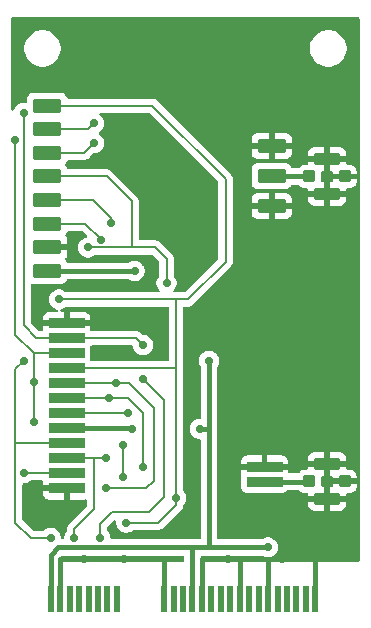
<source format=gbr>
%TF.GenerationSoftware,KiCad,Pcbnew,9.0.3*%
%TF.CreationDate,2025-08-29T17:45:50+02:00*%
%TF.ProjectId,RadioHAT_Card_Dorji,52616469-6f48-4415-945f-436172645f44,rev?*%
%TF.SameCoordinates,Original*%
%TF.FileFunction,Copper,L2,Bot*%
%TF.FilePolarity,Positive*%
%FSLAX46Y46*%
G04 Gerber Fmt 4.6, Leading zero omitted, Abs format (unit mm)*
G04 Created by KiCad (PCBNEW 9.0.3) date 2025-08-29 17:45:50*
%MOMM*%
%LPD*%
G01*
G04 APERTURE LIST*
G04 Aperture macros list*
%AMRoundRect*
0 Rectangle with rounded corners*
0 $1 Rounding radius*
0 $2 $3 $4 $5 $6 $7 $8 $9 X,Y pos of 4 corners*
0 Add a 4 corners polygon primitive as box body*
4,1,4,$2,$3,$4,$5,$6,$7,$8,$9,$2,$3,0*
0 Add four circle primitives for the rounded corners*
1,1,$1+$1,$2,$3*
1,1,$1+$1,$4,$5*
1,1,$1+$1,$6,$7*
1,1,$1+$1,$8,$9*
0 Add four rect primitives between the rounded corners*
20,1,$1+$1,$2,$3,$4,$5,0*
20,1,$1+$1,$4,$5,$6,$7,0*
20,1,$1+$1,$6,$7,$8,$9,0*
20,1,$1+$1,$8,$9,$2,$3,0*%
G04 Aperture macros list end*
%TA.AperFunction,SMDPad,CuDef*%
%ADD10R,0.600000X2.300000*%
%TD*%
%TA.AperFunction,SMDPad,CuDef*%
%ADD11RoundRect,0.045000X-1.455000X-0.405000X1.455000X-0.405000X1.455000X0.405000X-1.455000X0.405000X0*%
%TD*%
%TA.AperFunction,SMDPad,CuDef*%
%ADD12RoundRect,0.060000X-1.140000X-0.540000X1.140000X-0.540000X1.140000X0.540000X-1.140000X0.540000X0*%
%TD*%
%TA.AperFunction,SMDPad,CuDef*%
%ADD13RoundRect,0.100000X-0.400000X0.400000X-0.400000X-0.400000X0.400000X-0.400000X0.400000X0.400000X0*%
%TD*%
%TA.AperFunction,SMDPad,CuDef*%
%ADD14RoundRect,0.105000X-0.995000X0.420000X-0.995000X-0.420000X0.995000X-0.420000X0.995000X0.420000X0*%
%TD*%
%TA.AperFunction,ViaPad*%
%ADD15C,0.700000*%
%TD*%
%TA.AperFunction,Conductor*%
%ADD16C,0.400000*%
%TD*%
%TA.AperFunction,Conductor*%
%ADD17C,0.200000*%
%TD*%
G04 APERTURE END LIST*
D10*
%TO.P,J1,2,3V3*%
%TO.N,+3V3*%
X121400000Y-118600000D03*
%TO.P,J1,4,GND*%
%TO.N,GND*%
X122200000Y-118600000D03*
%TO.P,J1,6*%
%TO.N,N/C*%
X123000000Y-118600000D03*
%TO.P,J1,8*%
X123800000Y-118600000D03*
%TO.P,J1,10*%
X124600000Y-118600000D03*
%TO.P,J1,12*%
X125400000Y-118600000D03*
%TO.P,J1,14*%
X126200000Y-118600000D03*
%TO.P,J1,16*%
X127000000Y-118600000D03*
%TO.P,J1,18,GND*%
%TO.N,GND*%
X131000000Y-118600000D03*
%TO.P,J1,20*%
%TO.N,N/C*%
X131800000Y-118600000D03*
%TO.P,J1,22*%
X132600000Y-118600000D03*
%TO.P,J1,24,3V3*%
%TO.N,+3V3*%
X133400000Y-118600000D03*
%TO.P,J1,26,GND*%
%TO.N,GND*%
X134200000Y-118600000D03*
%TO.P,J1,28*%
%TO.N,N/C*%
X135000000Y-118600000D03*
%TO.P,J1,30,I2C_SCL*%
%TO.N,unconnected-(J1-I2C_SCL-Pad30)*%
X135800000Y-118600000D03*
%TO.P,J1,32,I2C_SCL*%
%TO.N,unconnected-(J1-I2C_SCL-Pad32)*%
X136600000Y-118600000D03*
%TO.P,J1,34,GND*%
%TO.N,GND*%
X137400000Y-118600000D03*
%TO.P,J1,36,USB_D-*%
%TO.N,unconnected-(J1-USB_D--Pad36)*%
X138200000Y-118600000D03*
%TO.P,J1,38,USB_D+*%
%TO.N,unconnected-(J1-USB_D+-Pad38)*%
X139000000Y-118600000D03*
%TO.P,J1,40,GND*%
%TO.N,GND*%
X139800000Y-118600000D03*
%TO.P,J1,42,LED0*%
%TO.N,unconnected-(J1-LED0-Pad42)*%
X140600000Y-118600000D03*
%TO.P,J1,44,LED1*%
%TO.N,unconnected-(J1-LED1-Pad44)*%
X141400000Y-118600000D03*
%TO.P,J1,46,LED2*%
%TO.N,unconnected-(J1-LED2-Pad46)*%
X142200000Y-118600000D03*
%TO.P,J1,48*%
%TO.N,N/C*%
X143000000Y-118600000D03*
%TO.P,J1,50,GND*%
%TO.N,GND*%
X143800000Y-118600000D03*
%TD*%
D11*
%TO.P,U4,1,GND*%
%TO.N,GND*%
X122750000Y-109190000D03*
%TO.P,U4,2,GPIO0*%
%TO.N,GPIO0*%
X122750000Y-107920000D03*
%TO.P,U4,3,GPIO1*%
%TO.N,GPIO1*%
X122750000Y-106650000D03*
%TO.P,U4,4,GPIO2*%
%TO.N,IRQ1*%
X122750000Y-105380000D03*
%TO.P,U4,5,VCC*%
%TO.N,+3V3*%
X122750000Y-104110000D03*
%TO.P,U4,6,SDO*%
%TO.N,MISO*%
X122750000Y-102840000D03*
%TO.P,U4,7,SDI*%
%TO.N,MOSI*%
X122750000Y-101570000D03*
%TO.P,U4,8,SCLK*%
%TO.N,SCK*%
X122750000Y-100300000D03*
%TO.P,U4,9,nSEL*%
%TO.N,NSS*%
X122750000Y-99030000D03*
%TO.P,U4,10,nIRQ*%
%TO.N,IRQ0*%
X122750000Y-97760000D03*
%TO.P,U4,11,SDN*%
%TO.N,RST0*%
X122750000Y-96490000D03*
%TO.P,U4,12,GND*%
%TO.N,GND*%
X122750000Y-95220000D03*
%TO.P,U4,13,ANT*%
%TO.N,Net-(J6-In)*%
X139500000Y-108630000D03*
%TO.P,U4,14,GND*%
%TO.N,GND*%
X139500000Y-107360000D03*
%TD*%
D12*
%TO.P,U3,1,PWR*%
%TO.N,+3V3*%
X121100000Y-90787500D03*
%TO.P,U3,2,GND*%
%TO.N,GND*%
X121100000Y-88787500D03*
%TO.P,U3,3,SDI*%
%TO.N,MOSI*%
X121100000Y-86787500D03*
%TO.P,U3,4,SCLK*%
%TO.N,SCK*%
X121100000Y-84787500D03*
%TO.P,U3,5,SDO*%
%TO.N,MISO*%
X121100000Y-82787500D03*
%TO.P,U3,6,GPIO2*%
%TO.N,GPIO0*%
X121100000Y-80787500D03*
%TO.P,U3,7,GPIO0*%
%TO.N,IRQ0*%
X121100000Y-78787500D03*
%TO.P,U3,8,CSN*%
%TO.N,NSS*%
X121100000Y-76787500D03*
%TO.P,U3,9,GND*%
%TO.N,GND*%
X140100000Y-80207500D03*
%TO.P,U3,10,ANT*%
%TO.N,Net-(J5-In)*%
X140100000Y-82747500D03*
%TO.P,U3,11,GND*%
%TO.N,GND*%
X140100000Y-85287500D03*
%TD*%
D13*
%TO.P,J5,1,In*%
%TO.N,Net-(J5-In)*%
X143300000Y-82787500D03*
D14*
%TO.P,J5,2,Ext*%
%TO.N,GND*%
X144800000Y-84262500D03*
D13*
X146300000Y-82787500D03*
D14*
X144800000Y-81312500D03*
%TD*%
D13*
%TO.P,J6,1,In*%
%TO.N,Net-(J6-In)*%
X143300000Y-108600000D03*
D14*
%TO.P,J6,2,Ext*%
%TO.N,GND*%
X144800000Y-110075000D03*
D13*
X146300000Y-108600000D03*
D14*
X144800000Y-107125000D03*
%TD*%
D15*
%TO.N,GND*%
X120400000Y-93200000D03*
X129500000Y-91787500D03*
X146000000Y-94000000D03*
X131500000Y-74500000D03*
X129000000Y-74500000D03*
X133400000Y-99050000D03*
X146000000Y-79500000D03*
X129500000Y-87000000D03*
X146000000Y-104000000D03*
X133400000Y-102100000D03*
X136500000Y-74500000D03*
X139000000Y-74500000D03*
X134300000Y-83100000D03*
X121100000Y-112050000D03*
X136400000Y-115200000D03*
X146000000Y-86500000D03*
X126500000Y-74500000D03*
X135200000Y-78400000D03*
X146000000Y-102000000D03*
X133400000Y-86300000D03*
X124000000Y-74500000D03*
X146000000Y-114000000D03*
X133700000Y-109000000D03*
X141000000Y-115200000D03*
X134000000Y-74500000D03*
X119000000Y-74500000D03*
X146000000Y-100000000D03*
X127600000Y-115200000D03*
X141500000Y-74500000D03*
X121500000Y-74500000D03*
X146000000Y-96000000D03*
X146000000Y-98000000D03*
X124200000Y-115200000D03*
%TO.N,GPIO0*%
X125050000Y-79950000D03*
X119100000Y-107900000D03*
%TO.N,SCK*%
X126050000Y-109200000D03*
X126500000Y-86700000D03*
X126950000Y-100300000D03*
%TO.N,NSS*%
X132000000Y-110000000D03*
X122100000Y-93200000D03*
X127800000Y-112100000D03*
%TO.N,+3V3*%
X134000000Y-104150000D03*
X134800000Y-98400000D03*
X128500000Y-90787500D03*
X139800000Y-114200000D03*
X128250000Y-104150000D03*
%TO.N,MISO*%
X131200000Y-91800000D03*
X124550000Y-88800000D03*
X127900000Y-102800000D03*
X127500000Y-108250000D03*
X127500000Y-105550000D03*
%TO.N,IRQ0*%
X125050000Y-78300000D03*
X118400000Y-79687502D03*
X120000000Y-103600000D03*
X120000000Y-100200000D03*
%TO.N,RST0*%
X129200000Y-97050000D03*
X129200000Y-99900000D03*
X119100000Y-77400000D03*
X125600000Y-113400000D03*
%TO.N,MOSI*%
X126300000Y-101550413D03*
X129200000Y-107400000D03*
X125650000Y-88150000D03*
%TO.N,IRQ1*%
X121400000Y-113400000D03*
X119100000Y-98400000D03*
%TO.N,GPIO1*%
X123400000Y-113400000D03*
X126050000Y-106600000D03*
%TD*%
D16*
%TO.N,GND*%
X134200000Y-115200000D02*
X137400000Y-115200000D01*
D17*
X121400000Y-109400000D02*
X121425000Y-109425000D01*
D16*
X139800000Y-115200000D02*
X143800000Y-115200000D01*
X143800000Y-115200000D02*
X143800000Y-118600000D01*
X139800000Y-118600000D02*
X139800000Y-115200000D01*
X134200000Y-118600000D02*
X134200000Y-115200000D01*
X122200000Y-115200000D02*
X122200000Y-118600000D01*
X124200000Y-115200000D02*
X131000000Y-115200000D01*
X137400000Y-118600000D02*
X137400000Y-115200000D01*
D17*
X121425000Y-109425000D02*
X121425000Y-109507500D01*
D16*
X131000000Y-115200000D02*
X131000000Y-118600000D01*
X137400000Y-115200000D02*
X139800000Y-115200000D01*
X124200000Y-115200000D02*
X122200000Y-115200000D01*
D17*
%TO.N,GPIO0*%
X123800000Y-108237500D02*
X121425000Y-108237500D01*
X119120000Y-107920000D02*
X122750000Y-107920000D01*
X124212500Y-80787500D02*
X125050000Y-79950000D01*
X119100000Y-107900000D02*
X119120000Y-107920000D01*
X124212500Y-80787500D02*
X120264273Y-80787500D01*
%TO.N,SCK*%
X130100000Y-102400000D02*
X128000000Y-100300000D01*
X126500000Y-86287500D02*
X125000000Y-84787500D01*
X126500000Y-86700000D02*
X126500000Y-86287500D01*
X128000000Y-100300000D02*
X126950000Y-100300000D01*
X125000000Y-84787500D02*
X120700000Y-84787500D01*
X126950000Y-100300000D02*
X122750000Y-100300000D01*
X130100000Y-108600000D02*
X130100000Y-102400000D01*
X126050000Y-109200000D02*
X129500000Y-109200000D01*
X129500000Y-109200000D02*
X130100000Y-108600000D01*
%TO.N,NSS*%
X136200000Y-90000000D02*
X136200000Y-83000000D01*
X127800000Y-112100000D02*
X130500000Y-112100000D01*
X129987500Y-76787500D02*
X120700000Y-76787500D01*
X122100000Y-93200000D02*
X122200000Y-93300000D01*
X130500000Y-112100000D02*
X132000000Y-110600000D01*
X122100000Y-93200000D02*
X132000000Y-93200000D01*
X122750000Y-99030000D02*
X131970000Y-99030000D01*
X132000000Y-110000000D02*
X132000000Y-99000000D01*
X133000000Y-93200000D02*
X136200000Y-90000000D01*
X132000000Y-93200000D02*
X133000000Y-93200000D01*
X132000000Y-110600000D02*
X132000000Y-110000000D01*
X136200000Y-83000000D02*
X129987500Y-76787500D01*
X132000000Y-99000000D02*
X132000000Y-93200000D01*
X131970000Y-99030000D02*
X132000000Y-99000000D01*
D16*
%TO.N,+3V3*%
X121400000Y-114800000D02*
X122000000Y-114200000D01*
X133400000Y-118600000D02*
X133400000Y-114200000D01*
X121400000Y-118600000D02*
X121400000Y-114800000D01*
X130800000Y-114200000D02*
X133400000Y-114200000D01*
X134800000Y-98400000D02*
X134800000Y-104150000D01*
X128250000Y-104150000D02*
X128210000Y-104110000D01*
X134000000Y-104150000D02*
X134800000Y-104150000D01*
X128500000Y-90787500D02*
X121100000Y-90787500D01*
X134800000Y-114200000D02*
X139800000Y-114200000D01*
X122000000Y-114200000D02*
X130800000Y-114200000D01*
X134050000Y-104200000D02*
X134000000Y-104150000D01*
X134800000Y-104150000D02*
X134800000Y-114200000D01*
X128210000Y-104110000D02*
X122750000Y-104110000D01*
X133400000Y-114200000D02*
X134800000Y-114200000D01*
D17*
%TO.N,MISO*%
X128550000Y-88800000D02*
X130250000Y-88800000D01*
X128250000Y-88800000D02*
X128550000Y-88800000D01*
X130250000Y-88800000D02*
X130500000Y-89050000D01*
X131200000Y-89750000D02*
X131200000Y-91800000D01*
X122750000Y-102840000D02*
X127860000Y-102840000D01*
X127860000Y-102840000D02*
X127900000Y-102800000D01*
X124550000Y-88800000D02*
X128250000Y-88800000D01*
X126137500Y-82787500D02*
X128250000Y-84900000D01*
X127500000Y-108250000D02*
X127500000Y-105550000D01*
X121100000Y-82787500D02*
X126137500Y-82787500D01*
X128250000Y-84900000D02*
X128250000Y-88800000D01*
X130500000Y-89050000D02*
X131200000Y-89750000D01*
%TO.N,IRQ0*%
X120000000Y-97800000D02*
X119960000Y-97760000D01*
X124537500Y-78787500D02*
X120700000Y-78787500D01*
X118400000Y-96200000D02*
X119960000Y-97760000D01*
X120000000Y-100200000D02*
X120000000Y-97800000D01*
X122750000Y-97760000D02*
X119960000Y-97760000D01*
X120000000Y-100200000D02*
X120000000Y-103600000D01*
X125025000Y-78300000D02*
X124537500Y-78787500D01*
X118400000Y-79687502D02*
X118400000Y-96200000D01*
X125050000Y-78300000D02*
X125025000Y-78300000D01*
%TO.N,RST0*%
X129700000Y-111200000D02*
X126600000Y-111200000D01*
X131000000Y-101740000D02*
X131000000Y-109900000D01*
X125600000Y-112200000D02*
X125600000Y-113400000D01*
X119100000Y-95400000D02*
X120190000Y-96490000D01*
X120190000Y-96490000D02*
X122750000Y-96490000D01*
X129200000Y-97050000D02*
X128640000Y-96490000D01*
X126600000Y-111200000D02*
X125600000Y-112200000D01*
X119100000Y-77400000D02*
X119100000Y-95400000D01*
X131000000Y-109900000D02*
X129700000Y-111200000D01*
X129200000Y-99940000D02*
X131000000Y-101740000D01*
X128640000Y-96490000D02*
X122750000Y-96490000D01*
X129200000Y-99900000D02*
X129200000Y-99940000D01*
%TO.N,MOSI*%
X125650000Y-88150000D02*
X125650000Y-88100000D01*
X125650000Y-88100000D02*
X124337500Y-86787500D01*
X129200000Y-107400000D02*
X129200000Y-102800000D01*
X126280413Y-101570000D02*
X122750000Y-101570000D01*
X124337500Y-86787500D02*
X121100000Y-86787500D01*
X127950413Y-101550413D02*
X126300000Y-101550413D01*
X129200000Y-102800000D02*
X127950413Y-101550413D01*
X126300000Y-101550413D02*
X126280413Y-101570000D01*
%TO.N,IRQ1*%
X118400000Y-99100000D02*
X118400000Y-105400000D01*
X121400000Y-113400000D02*
X119700000Y-113400000D01*
X119700000Y-113400000D02*
X118400000Y-112100000D01*
X118400000Y-112100000D02*
X118400000Y-105400000D01*
X118420000Y-105380000D02*
X118400000Y-105400000D01*
X119100000Y-98400000D02*
X118400000Y-99100000D01*
X122750000Y-105380000D02*
X118420000Y-105380000D01*
%TO.N,GPIO1*%
X125100000Y-110900000D02*
X125100000Y-106600000D01*
X125100000Y-106600000D02*
X122800000Y-106600000D01*
X122800000Y-106600000D02*
X122750000Y-106650000D01*
X123400000Y-112600000D02*
X125100000Y-110900000D01*
X123400000Y-113400000D02*
X123400000Y-112600000D01*
X126050000Y-106600000D02*
X125100000Y-106600000D01*
D16*
%TO.N,Net-(J5-In)*%
X139540000Y-82787500D02*
X139500000Y-82747500D01*
X143100000Y-82787500D02*
X139540000Y-82787500D01*
%TO.N,Net-(J6-In)*%
X139500000Y-108630000D02*
X143370000Y-108630000D01*
X143370000Y-108630000D02*
X143400000Y-108600000D01*
%TD*%
%TA.AperFunction,Conductor*%
%TO.N,GND*%
G36*
X132642539Y-114920185D02*
G01*
X132688294Y-114972989D01*
X132699500Y-115024500D01*
X132699500Y-115276000D01*
X132679815Y-115343039D01*
X132627011Y-115388794D01*
X132575500Y-115400000D01*
X122224500Y-115400000D01*
X122215814Y-115397449D01*
X122206853Y-115398738D01*
X122182812Y-115387759D01*
X122157461Y-115380315D01*
X122151533Y-115373474D01*
X122143297Y-115369713D01*
X122129007Y-115347478D01*
X122111706Y-115327511D01*
X122109418Y-115316996D01*
X122105523Y-115310935D01*
X122100500Y-115276000D01*
X122100500Y-115141519D01*
X122120185Y-115074480D01*
X122136819Y-115053838D01*
X122253838Y-114936819D01*
X122315161Y-114903334D01*
X122341519Y-114900500D01*
X130731007Y-114900500D01*
X132575500Y-114900500D01*
X132642539Y-114920185D01*
G37*
%TD.AperFunction*%
%TA.AperFunction,Conductor*%
G36*
X147492539Y-69320185D02*
G01*
X147538294Y-69372989D01*
X147549500Y-69424500D01*
X147549500Y-115276000D01*
X147529815Y-115343039D01*
X147477011Y-115388794D01*
X147425500Y-115400000D01*
X134224500Y-115400000D01*
X134157461Y-115380315D01*
X134111706Y-115327511D01*
X134100500Y-115276000D01*
X134100500Y-115024500D01*
X134120185Y-114957461D01*
X134172989Y-114911706D01*
X134224500Y-114900500D01*
X134731007Y-114900500D01*
X134868993Y-114900500D01*
X139279898Y-114900500D01*
X139346937Y-114920185D01*
X139348789Y-114921398D01*
X139397137Y-114953703D01*
X139551918Y-115017816D01*
X139716228Y-115050499D01*
X139716232Y-115050500D01*
X139716233Y-115050500D01*
X139883768Y-115050500D01*
X139883769Y-115050499D01*
X140048082Y-115017816D01*
X140202863Y-114953703D01*
X140342162Y-114860626D01*
X140460626Y-114742162D01*
X140553703Y-114602863D01*
X140617816Y-114448082D01*
X140650500Y-114283767D01*
X140650500Y-114116233D01*
X140617816Y-113951918D01*
X140553703Y-113797137D01*
X140522537Y-113750494D01*
X140460626Y-113657837D01*
X140342162Y-113539373D01*
X140202860Y-113446295D01*
X140048082Y-113382184D01*
X140048074Y-113382182D01*
X139883771Y-113349500D01*
X139883767Y-113349500D01*
X139716233Y-113349500D01*
X139716228Y-113349500D01*
X139551925Y-113382182D01*
X139551917Y-113382184D01*
X139397140Y-113446295D01*
X139397131Y-113446300D01*
X139348789Y-113478602D01*
X139282112Y-113499480D01*
X139279898Y-113499500D01*
X135624500Y-113499500D01*
X135557461Y-113479815D01*
X135511706Y-113427011D01*
X135500500Y-113375500D01*
X135500500Y-110534658D01*
X143200001Y-110534658D01*
X143215570Y-110652928D01*
X143215573Y-110652940D01*
X143276531Y-110800108D01*
X143373509Y-110926490D01*
X143499891Y-111023468D01*
X143647059Y-111084426D01*
X143647063Y-111084427D01*
X143765342Y-111099999D01*
X144549999Y-111099999D01*
X145050000Y-111099999D01*
X145834658Y-111099999D01*
X145952928Y-111084429D01*
X145952940Y-111084426D01*
X146100108Y-111023468D01*
X146226490Y-110926490D01*
X146323468Y-110800108D01*
X146384426Y-110652940D01*
X146384427Y-110652936D01*
X146399999Y-110534664D01*
X146400000Y-110534650D01*
X146400000Y-110325000D01*
X145050000Y-110325000D01*
X145050000Y-111099999D01*
X144549999Y-111099999D01*
X144550000Y-111099998D01*
X144550000Y-110325000D01*
X143200001Y-110325000D01*
X143200001Y-110534658D01*
X135500500Y-110534658D01*
X135500500Y-108182290D01*
X137499500Y-108182290D01*
X137499500Y-108192144D01*
X137499500Y-109077710D01*
X137510026Y-109165368D01*
X137510027Y-109165369D01*
X137565038Y-109304869D01*
X137565039Y-109304871D01*
X137590201Y-109338051D01*
X137655647Y-109424353D01*
X137775131Y-109514962D01*
X137914631Y-109569973D01*
X138002289Y-109580500D01*
X138002290Y-109580500D01*
X140997711Y-109580500D01*
X141041539Y-109575236D01*
X141085369Y-109569973D01*
X141224869Y-109514962D01*
X141344353Y-109424353D01*
X141378311Y-109379573D01*
X141434503Y-109338051D01*
X141477114Y-109330500D01*
X142335537Y-109330500D01*
X142402576Y-109350185D01*
X142433912Y-109379013D01*
X142448261Y-109397712D01*
X142471718Y-109428282D01*
X142597159Y-109524536D01*
X142743238Y-109585044D01*
X142860639Y-109600500D01*
X143076001Y-109600499D01*
X143143039Y-109620183D01*
X143188794Y-109672987D01*
X143200000Y-109724499D01*
X143200000Y-109825000D01*
X144550000Y-109825000D01*
X144550000Y-109050000D01*
X145050000Y-109050000D01*
X145050000Y-109825000D01*
X146399999Y-109825000D01*
X146399999Y-109723999D01*
X146419684Y-109656960D01*
X146472488Y-109611205D01*
X146523999Y-109599999D01*
X146739324Y-109599999D01*
X146856628Y-109584557D01*
X146856633Y-109584555D01*
X147002585Y-109524100D01*
X147127924Y-109427924D01*
X147224100Y-109302586D01*
X147284554Y-109156634D01*
X147284555Y-109156630D01*
X147299999Y-109039330D01*
X147300000Y-109039316D01*
X147300000Y-108850000D01*
X145300001Y-108850000D01*
X145300001Y-108926000D01*
X145280316Y-108993039D01*
X145227512Y-109038794D01*
X145176001Y-109050000D01*
X145050000Y-109050000D01*
X144550000Y-109050000D01*
X144424500Y-109050000D01*
X144357461Y-109030315D01*
X144311706Y-108977511D01*
X144300500Y-108926000D01*
X144300499Y-108273999D01*
X144320183Y-108206960D01*
X144372987Y-108161205D01*
X144424499Y-108149999D01*
X144550000Y-108149999D01*
X145050000Y-108149999D01*
X145176000Y-108149999D01*
X145243039Y-108169684D01*
X145288794Y-108222488D01*
X145300000Y-108273999D01*
X145300000Y-108350000D01*
X147299999Y-108350000D01*
X147299999Y-108160675D01*
X147284557Y-108043371D01*
X147284555Y-108043366D01*
X147224100Y-107897414D01*
X147127924Y-107772075D01*
X147002586Y-107675899D01*
X146856634Y-107615445D01*
X146856630Y-107615444D01*
X146739330Y-107600000D01*
X146524000Y-107600000D01*
X146456961Y-107580315D01*
X146411206Y-107527511D01*
X146400000Y-107476000D01*
X146400000Y-107375000D01*
X145050000Y-107375000D01*
X145050000Y-108149999D01*
X144550000Y-108149999D01*
X144550000Y-107375000D01*
X143200001Y-107375000D01*
X143200001Y-107475500D01*
X143180316Y-107542539D01*
X143127512Y-107588294D01*
X143076002Y-107599500D01*
X142860636Y-107599500D01*
X142743246Y-107614953D01*
X142743237Y-107614956D01*
X142597160Y-107675463D01*
X142471716Y-107771719D01*
X142387874Y-107880986D01*
X142331446Y-107922189D01*
X142289498Y-107929500D01*
X141624000Y-107929500D01*
X141556961Y-107909815D01*
X141511206Y-107857011D01*
X141500000Y-107805500D01*
X141500000Y-107610000D01*
X137500001Y-107610000D01*
X137500001Y-107807659D01*
X137510518Y-107895250D01*
X137531646Y-107948828D01*
X137533370Y-107967928D01*
X137540007Y-107985923D01*
X137537728Y-108016216D01*
X137537927Y-108018415D01*
X137537438Y-108020080D01*
X137537360Y-108021118D01*
X137535240Y-108030694D01*
X137510027Y-108094631D01*
X137499500Y-108182290D01*
X135500500Y-108182290D01*
X135500500Y-106912332D01*
X137500000Y-106912332D01*
X137500000Y-107110000D01*
X139250000Y-107110000D01*
X139750000Y-107110000D01*
X141499999Y-107110000D01*
X141499999Y-106912340D01*
X141489482Y-106824751D01*
X141442958Y-106706774D01*
X141442957Y-106706770D01*
X141434522Y-106685381D01*
X141434521Y-106685379D01*
X141419321Y-106665335D01*
X143200000Y-106665335D01*
X143200000Y-106875000D01*
X144550000Y-106875000D01*
X145050000Y-106875000D01*
X146399999Y-106875000D01*
X146399999Y-106665341D01*
X146384429Y-106547071D01*
X146384426Y-106547059D01*
X146323468Y-106399891D01*
X146226490Y-106273509D01*
X146100108Y-106176531D01*
X145952940Y-106115573D01*
X145952936Y-106115572D01*
X145834664Y-106100000D01*
X145050000Y-106100000D01*
X145050000Y-106875000D01*
X144550000Y-106875000D01*
X144550000Y-106100000D01*
X143765341Y-106100000D01*
X143647071Y-106115570D01*
X143647059Y-106115573D01*
X143499891Y-106176531D01*
X143373509Y-106273509D01*
X143276531Y-106399891D01*
X143215573Y-106547059D01*
X143215572Y-106547063D01*
X143200000Y-106665335D01*
X141419321Y-106665335D01*
X141343996Y-106566003D01*
X141224622Y-106475479D01*
X141085247Y-106420517D01*
X140997668Y-106410000D01*
X139750000Y-106410000D01*
X139750000Y-107110000D01*
X139250000Y-107110000D01*
X139250000Y-106410000D01*
X138002340Y-106410000D01*
X137914751Y-106420517D01*
X137775377Y-106475479D01*
X137656003Y-106566003D01*
X137565479Y-106685377D01*
X137510517Y-106824751D01*
X137510517Y-106824752D01*
X137500000Y-106912332D01*
X135500500Y-106912332D01*
X135500500Y-98920101D01*
X135520185Y-98853062D01*
X135521398Y-98851210D01*
X135553703Y-98802863D01*
X135617816Y-98648082D01*
X135650500Y-98483767D01*
X135650500Y-98316233D01*
X135617816Y-98151918D01*
X135553703Y-97997137D01*
X135489132Y-97900500D01*
X135460626Y-97857837D01*
X135342162Y-97739373D01*
X135202860Y-97646295D01*
X135048082Y-97582184D01*
X135048074Y-97582182D01*
X134883771Y-97549500D01*
X134883767Y-97549500D01*
X134716233Y-97549500D01*
X134716228Y-97549500D01*
X134551925Y-97582182D01*
X134551917Y-97582184D01*
X134397139Y-97646295D01*
X134257837Y-97739373D01*
X134139373Y-97857837D01*
X134046295Y-97997139D01*
X133982184Y-98151917D01*
X133982182Y-98151925D01*
X133949500Y-98316228D01*
X133949500Y-98483771D01*
X133982182Y-98648074D01*
X133982184Y-98648082D01*
X134046295Y-98802860D01*
X134078602Y-98851210D01*
X134099480Y-98917887D01*
X134099500Y-98920101D01*
X134099500Y-103175500D01*
X134079815Y-103242539D01*
X134027011Y-103288294D01*
X133975500Y-103299500D01*
X133916228Y-103299500D01*
X133751925Y-103332182D01*
X133751917Y-103332184D01*
X133597139Y-103396295D01*
X133457837Y-103489373D01*
X133339373Y-103607837D01*
X133246295Y-103747139D01*
X133182184Y-103901917D01*
X133182182Y-103901925D01*
X133149500Y-104066228D01*
X133149500Y-104233771D01*
X133182182Y-104398074D01*
X133182184Y-104398082D01*
X133246295Y-104552860D01*
X133339373Y-104692162D01*
X133457837Y-104810626D01*
X133542897Y-104867461D01*
X133597137Y-104903703D01*
X133751918Y-104967816D01*
X133905510Y-104998367D01*
X133916228Y-105000499D01*
X133916232Y-105000500D01*
X133975500Y-105000500D01*
X134042539Y-105020185D01*
X134088294Y-105072989D01*
X134099500Y-105124500D01*
X134099500Y-113375500D01*
X134079815Y-113442539D01*
X134027011Y-113488294D01*
X133975500Y-113499500D01*
X126574500Y-113499500D01*
X126507461Y-113479815D01*
X126461706Y-113427011D01*
X126450500Y-113375500D01*
X126450500Y-113316232D01*
X126450499Y-113316228D01*
X126417817Y-113151925D01*
X126417816Y-113151918D01*
X126353703Y-112997137D01*
X126300702Y-112917815D01*
X126260626Y-112857837D01*
X126236819Y-112834030D01*
X126222115Y-112807102D01*
X126205523Y-112781284D01*
X126204631Y-112775083D01*
X126203334Y-112772707D01*
X126200500Y-112746349D01*
X126200500Y-112500097D01*
X126220185Y-112433058D01*
X126236819Y-112412416D01*
X126508984Y-112140251D01*
X126739042Y-111910193D01*
X126800364Y-111876709D01*
X126870056Y-111881693D01*
X126925989Y-111923565D01*
X126950406Y-111989029D01*
X126949106Y-112010072D01*
X126950097Y-112010170D01*
X126949500Y-112016232D01*
X126949500Y-112183771D01*
X126982182Y-112348074D01*
X126982184Y-112348082D01*
X127046295Y-112502860D01*
X127139373Y-112642162D01*
X127257837Y-112760626D01*
X127350494Y-112822537D01*
X127397137Y-112853703D01*
X127397138Y-112853703D01*
X127397139Y-112853704D01*
X127432201Y-112868227D01*
X127551918Y-112917816D01*
X127716228Y-112950499D01*
X127716232Y-112950500D01*
X127716233Y-112950500D01*
X127883768Y-112950500D01*
X127883769Y-112950499D01*
X128048082Y-112917816D01*
X128202863Y-112853703D01*
X128342162Y-112760626D01*
X128342165Y-112760623D01*
X128365970Y-112736819D01*
X128427293Y-112703334D01*
X128453651Y-112700500D01*
X130413331Y-112700500D01*
X130413347Y-112700501D01*
X130420943Y-112700501D01*
X130579054Y-112700501D01*
X130579057Y-112700501D01*
X130731785Y-112659577D01*
X130781904Y-112630639D01*
X130868716Y-112580520D01*
X130980520Y-112468716D01*
X130980520Y-112468714D01*
X130990728Y-112458507D01*
X130990730Y-112458504D01*
X132358506Y-111090728D01*
X132358511Y-111090724D01*
X132368714Y-111080520D01*
X132368716Y-111080520D01*
X132480520Y-110968716D01*
X132559577Y-110831784D01*
X132600500Y-110679057D01*
X132600500Y-110653650D01*
X132620185Y-110586611D01*
X132636815Y-110565972D01*
X132660626Y-110542162D01*
X132753703Y-110402863D01*
X132817816Y-110248082D01*
X132850500Y-110083767D01*
X132850500Y-109916233D01*
X132817816Y-109751918D01*
X132755096Y-109600499D01*
X132753704Y-109597139D01*
X132745622Y-109585044D01*
X132722537Y-109550494D01*
X132660626Y-109457837D01*
X132636819Y-109434030D01*
X132603334Y-109372707D01*
X132600500Y-109346349D01*
X132600500Y-93924500D01*
X132603050Y-93915814D01*
X132601762Y-93906853D01*
X132612740Y-93882812D01*
X132620185Y-93857461D01*
X132627025Y-93851533D01*
X132630787Y-93843297D01*
X132653021Y-93829007D01*
X132672989Y-93811706D01*
X132683503Y-93809418D01*
X132689565Y-93805523D01*
X132724500Y-93800500D01*
X132913331Y-93800500D01*
X132913347Y-93800501D01*
X132920943Y-93800501D01*
X133079054Y-93800501D01*
X133079057Y-93800501D01*
X133231785Y-93759577D01*
X133281904Y-93730639D01*
X133368716Y-93680520D01*
X133480520Y-93568716D01*
X133480520Y-93568714D01*
X133490728Y-93558507D01*
X133490730Y-93558504D01*
X136558506Y-90490728D01*
X136558511Y-90490724D01*
X136568714Y-90480520D01*
X136568716Y-90480520D01*
X136680520Y-90368716D01*
X136759577Y-90231784D01*
X136800500Y-90079057D01*
X136800500Y-85871336D01*
X138400001Y-85871336D01*
X138410806Y-85961332D01*
X138467281Y-86104543D01*
X138560296Y-86227203D01*
X138682956Y-86320218D01*
X138826166Y-86376693D01*
X138916163Y-86387499D01*
X139849999Y-86387499D01*
X140350000Y-86387499D01*
X141283837Y-86387499D01*
X141373832Y-86376693D01*
X141517043Y-86320218D01*
X141639703Y-86227203D01*
X141732718Y-86104543D01*
X141789193Y-85961333D01*
X141800000Y-85871336D01*
X141800000Y-85537500D01*
X140350000Y-85537500D01*
X140350000Y-86387499D01*
X139849999Y-86387499D01*
X139850000Y-86387498D01*
X139850000Y-85537500D01*
X138400001Y-85537500D01*
X138400001Y-85871336D01*
X136800500Y-85871336D01*
X136800500Y-84703663D01*
X138400000Y-84703663D01*
X138400000Y-85037500D01*
X139850000Y-85037500D01*
X140350000Y-85037500D01*
X141799999Y-85037500D01*
X141799999Y-84722158D01*
X143200001Y-84722158D01*
X143215570Y-84840428D01*
X143215573Y-84840440D01*
X143276531Y-84987608D01*
X143373509Y-85113990D01*
X143499891Y-85210968D01*
X143647059Y-85271926D01*
X143647063Y-85271927D01*
X143765342Y-85287499D01*
X144549999Y-85287499D01*
X145050000Y-85287499D01*
X145834658Y-85287499D01*
X145952928Y-85271929D01*
X145952940Y-85271926D01*
X146100108Y-85210968D01*
X146226490Y-85113990D01*
X146323468Y-84987608D01*
X146384426Y-84840440D01*
X146384427Y-84840436D01*
X146399999Y-84722164D01*
X146400000Y-84722150D01*
X146400000Y-84512500D01*
X145050000Y-84512500D01*
X145050000Y-85287499D01*
X144549999Y-85287499D01*
X144550000Y-85287498D01*
X144550000Y-84512500D01*
X143200001Y-84512500D01*
X143200001Y-84722158D01*
X141799999Y-84722158D01*
X141799999Y-84703663D01*
X141789193Y-84613665D01*
X141789191Y-84613661D01*
X141746990Y-84506646D01*
X141746982Y-84506627D01*
X141732718Y-84470457D01*
X141639703Y-84347796D01*
X141517043Y-84254781D01*
X141373833Y-84198306D01*
X141283837Y-84187500D01*
X140350000Y-84187500D01*
X140350000Y-85037500D01*
X139850000Y-85037500D01*
X139850000Y-84187500D01*
X138916163Y-84187500D01*
X138826167Y-84198306D01*
X138682956Y-84254781D01*
X138560296Y-84347796D01*
X138467281Y-84470456D01*
X138410806Y-84613666D01*
X138400000Y-84703663D01*
X136800500Y-84703663D01*
X136800500Y-83089060D01*
X136800501Y-83089047D01*
X136800501Y-82920944D01*
X136759576Y-82768214D01*
X136759573Y-82768209D01*
X136680524Y-82631290D01*
X136680518Y-82631282D01*
X136219994Y-82170758D01*
X138399500Y-82170758D01*
X138399500Y-83324242D01*
X138413924Y-83433811D01*
X138413926Y-83433820D01*
X138470403Y-83570168D01*
X138470404Y-83570169D01*
X138560246Y-83687254D01*
X138677331Y-83777096D01*
X138813680Y-83833574D01*
X138923259Y-83848000D01*
X141276740Y-83847999D01*
X141276742Y-83847999D01*
X141341128Y-83839522D01*
X141386320Y-83833574D01*
X141522669Y-83777096D01*
X141639754Y-83687254D01*
X141729596Y-83570169D01*
X141729820Y-83569626D01*
X141731925Y-83564548D01*
X141775766Y-83510144D01*
X141842060Y-83488079D01*
X141846486Y-83488000D01*
X142312518Y-83488000D01*
X142379557Y-83507685D01*
X142410892Y-83536513D01*
X142471718Y-83615782D01*
X142597159Y-83712036D01*
X142743238Y-83772544D01*
X142860639Y-83788000D01*
X143076001Y-83787999D01*
X143143039Y-83807683D01*
X143188794Y-83860487D01*
X143200000Y-83911999D01*
X143200000Y-84012500D01*
X144550000Y-84012500D01*
X144550000Y-83237500D01*
X145050000Y-83237500D01*
X145050000Y-84012500D01*
X146399999Y-84012500D01*
X146399999Y-83911499D01*
X146419684Y-83844460D01*
X146472488Y-83798705D01*
X146523999Y-83787499D01*
X146739324Y-83787499D01*
X146856628Y-83772057D01*
X146856633Y-83772055D01*
X147002585Y-83711600D01*
X147127924Y-83615424D01*
X147224100Y-83490086D01*
X147284554Y-83344134D01*
X147284555Y-83344130D01*
X147299999Y-83226830D01*
X147300000Y-83226816D01*
X147300000Y-83037500D01*
X145300001Y-83037500D01*
X145300001Y-83113500D01*
X145280316Y-83180539D01*
X145227512Y-83226294D01*
X145176001Y-83237500D01*
X145050000Y-83237500D01*
X144550000Y-83237500D01*
X144424500Y-83237500D01*
X144357461Y-83217815D01*
X144311706Y-83165011D01*
X144300500Y-83113500D01*
X144300499Y-82461499D01*
X144320183Y-82394460D01*
X144372987Y-82348705D01*
X144424499Y-82337499D01*
X144550000Y-82337499D01*
X145050000Y-82337499D01*
X145176000Y-82337499D01*
X145243039Y-82357184D01*
X145288794Y-82409988D01*
X145300000Y-82461499D01*
X145300000Y-82537500D01*
X147299999Y-82537500D01*
X147299999Y-82348175D01*
X147284557Y-82230871D01*
X147284555Y-82230866D01*
X147224100Y-82084914D01*
X147127924Y-81959575D01*
X147002586Y-81863399D01*
X146856634Y-81802945D01*
X146856630Y-81802944D01*
X146739330Y-81787500D01*
X146524000Y-81787500D01*
X146456961Y-81767815D01*
X146411206Y-81715011D01*
X146400000Y-81663500D01*
X146400000Y-81562500D01*
X145050000Y-81562500D01*
X145050000Y-82337499D01*
X144550000Y-82337499D01*
X144550000Y-81562500D01*
X143200001Y-81562500D01*
X143200001Y-81663000D01*
X143180316Y-81730039D01*
X143127512Y-81775794D01*
X143076002Y-81787000D01*
X142860636Y-81787000D01*
X142743246Y-81802453D01*
X142743237Y-81802456D01*
X142597160Y-81862963D01*
X142471716Y-81959219D01*
X142410894Y-82038486D01*
X142354466Y-82079689D01*
X142312518Y-82087000D01*
X141879623Y-82087000D01*
X141812584Y-82067315D01*
X141766829Y-82014511D01*
X141765062Y-82010453D01*
X141729596Y-81924831D01*
X141639754Y-81807746D01*
X141522669Y-81717904D01*
X141522668Y-81717903D01*
X141386320Y-81661426D01*
X141386318Y-81661425D01*
X141276741Y-81647000D01*
X138923257Y-81647000D01*
X138813688Y-81661424D01*
X138813679Y-81661426D01*
X138677331Y-81717903D01*
X138560246Y-81807746D01*
X138470403Y-81924831D01*
X138413926Y-82061179D01*
X138413925Y-82061181D01*
X138399500Y-82170758D01*
X136219994Y-82170758D01*
X134840572Y-80791336D01*
X138400001Y-80791336D01*
X138410806Y-80881332D01*
X138467281Y-81024543D01*
X138560296Y-81147203D01*
X138682956Y-81240218D01*
X138826166Y-81296693D01*
X138916163Y-81307499D01*
X139849999Y-81307499D01*
X140350000Y-81307499D01*
X141283837Y-81307499D01*
X141373832Y-81296693D01*
X141517043Y-81240218D01*
X141639703Y-81147203D01*
X141732718Y-81024543D01*
X141789193Y-80881333D01*
X141792615Y-80852835D01*
X143200000Y-80852835D01*
X143200000Y-81062500D01*
X144550000Y-81062500D01*
X145050000Y-81062500D01*
X146399999Y-81062500D01*
X146399999Y-80852841D01*
X146384429Y-80734571D01*
X146384426Y-80734559D01*
X146323468Y-80587391D01*
X146226490Y-80461009D01*
X146100108Y-80364031D01*
X145952940Y-80303073D01*
X145952936Y-80303072D01*
X145834664Y-80287500D01*
X145050000Y-80287500D01*
X145050000Y-81062500D01*
X144550000Y-81062500D01*
X144550000Y-80287500D01*
X143765341Y-80287500D01*
X143647071Y-80303070D01*
X143647059Y-80303073D01*
X143499891Y-80364031D01*
X143373509Y-80461009D01*
X143276531Y-80587391D01*
X143215573Y-80734559D01*
X143215572Y-80734563D01*
X143200000Y-80852835D01*
X141792615Y-80852835D01*
X141794877Y-80834000D01*
X141800000Y-80791336D01*
X141800000Y-80457500D01*
X140350000Y-80457500D01*
X140350000Y-81307499D01*
X139849999Y-81307499D01*
X139850000Y-81307498D01*
X139850000Y-80457500D01*
X138400001Y-80457500D01*
X138400001Y-80791336D01*
X134840572Y-80791336D01*
X133756868Y-79707632D01*
X133672899Y-79623663D01*
X138400000Y-79623663D01*
X138400000Y-79957500D01*
X139850000Y-79957500D01*
X140350000Y-79957500D01*
X141799999Y-79957500D01*
X141799999Y-79623663D01*
X141789193Y-79533667D01*
X141732718Y-79390456D01*
X141639703Y-79267796D01*
X141517043Y-79174781D01*
X141373833Y-79118306D01*
X141283837Y-79107500D01*
X140350000Y-79107500D01*
X140350000Y-79957500D01*
X139850000Y-79957500D01*
X139850000Y-79107500D01*
X138916163Y-79107500D01*
X138826167Y-79118306D01*
X138682956Y-79174781D01*
X138560296Y-79267796D01*
X138467281Y-79390456D01*
X138410806Y-79533666D01*
X138400000Y-79623663D01*
X133672899Y-79623663D01*
X130475090Y-76425855D01*
X130475088Y-76425852D01*
X130356217Y-76306981D01*
X130356216Y-76306980D01*
X130269404Y-76256860D01*
X130269404Y-76256859D01*
X130269400Y-76256858D01*
X130219285Y-76227923D01*
X130066557Y-76186999D01*
X129908443Y-76186999D01*
X129900847Y-76186999D01*
X129900831Y-76187000D01*
X122904218Y-76187000D01*
X122837179Y-76167315D01*
X122791424Y-76114511D01*
X122789311Y-76108636D01*
X122789184Y-76108689D01*
X122786073Y-76101179D01*
X122729596Y-75964831D01*
X122639754Y-75847746D01*
X122522669Y-75757904D01*
X122522668Y-75757903D01*
X122386320Y-75701426D01*
X122386318Y-75701425D01*
X122276741Y-75687000D01*
X119923257Y-75687000D01*
X119813688Y-75701424D01*
X119813679Y-75701426D01*
X119677331Y-75757903D01*
X119560246Y-75847746D01*
X119470403Y-75964831D01*
X119413926Y-76101179D01*
X119413925Y-76101181D01*
X119399500Y-76210758D01*
X119399500Y-76441317D01*
X119379815Y-76508356D01*
X119327011Y-76554111D01*
X119257853Y-76564055D01*
X119251310Y-76562935D01*
X119206948Y-76554111D01*
X119183767Y-76549500D01*
X119016233Y-76549500D01*
X119016228Y-76549500D01*
X118851925Y-76582182D01*
X118851917Y-76582184D01*
X118697139Y-76646295D01*
X118557837Y-76739373D01*
X118439373Y-76857837D01*
X118346295Y-76997139D01*
X118289061Y-77135315D01*
X118245220Y-77189718D01*
X118178925Y-77211783D01*
X118111226Y-77194504D01*
X118063616Y-77143366D01*
X118050500Y-77087862D01*
X118050500Y-71827973D01*
X119149500Y-71827973D01*
X119149500Y-72072026D01*
X119187678Y-72313072D01*
X119263097Y-72545187D01*
X119373896Y-72762642D01*
X119517339Y-72960076D01*
X119517343Y-72960081D01*
X119689918Y-73132656D01*
X119689923Y-73132660D01*
X119862136Y-73257779D01*
X119887361Y-73276106D01*
X120104815Y-73386904D01*
X120336924Y-73462321D01*
X120577973Y-73500500D01*
X120577974Y-73500500D01*
X120822026Y-73500500D01*
X120822027Y-73500500D01*
X121063076Y-73462321D01*
X121295185Y-73386904D01*
X121512639Y-73276106D01*
X121710083Y-73132655D01*
X121882655Y-72960083D01*
X122026106Y-72762639D01*
X122136904Y-72545185D01*
X122212321Y-72313076D01*
X122250500Y-72072027D01*
X122250500Y-71827973D01*
X143349500Y-71827973D01*
X143349500Y-72072026D01*
X143387678Y-72313072D01*
X143463097Y-72545187D01*
X143573896Y-72762642D01*
X143717339Y-72960076D01*
X143717343Y-72960081D01*
X143889918Y-73132656D01*
X143889923Y-73132660D01*
X144062136Y-73257779D01*
X144087361Y-73276106D01*
X144304815Y-73386904D01*
X144536924Y-73462321D01*
X144777973Y-73500500D01*
X144777974Y-73500500D01*
X145022026Y-73500500D01*
X145022027Y-73500500D01*
X145263076Y-73462321D01*
X145495185Y-73386904D01*
X145712639Y-73276106D01*
X145910083Y-73132655D01*
X146082655Y-72960083D01*
X146226106Y-72762639D01*
X146336904Y-72545185D01*
X146412321Y-72313076D01*
X146450500Y-72072027D01*
X146450500Y-71827973D01*
X146412321Y-71586924D01*
X146336904Y-71354815D01*
X146226106Y-71137361D01*
X146207779Y-71112136D01*
X146082660Y-70939923D01*
X146082656Y-70939918D01*
X145910081Y-70767343D01*
X145910076Y-70767339D01*
X145712642Y-70623896D01*
X145712641Y-70623895D01*
X145712639Y-70623894D01*
X145495185Y-70513096D01*
X145263076Y-70437679D01*
X145263074Y-70437678D01*
X145263072Y-70437678D01*
X145094769Y-70411021D01*
X145022027Y-70399500D01*
X144777973Y-70399500D01*
X144722093Y-70408350D01*
X144536927Y-70437678D01*
X144304812Y-70513097D01*
X144087357Y-70623896D01*
X143889923Y-70767339D01*
X143889918Y-70767343D01*
X143717343Y-70939918D01*
X143717339Y-70939923D01*
X143573896Y-71137357D01*
X143463097Y-71354812D01*
X143387678Y-71586927D01*
X143349500Y-71827973D01*
X122250500Y-71827973D01*
X122212321Y-71586924D01*
X122136904Y-71354815D01*
X122026106Y-71137361D01*
X122007779Y-71112136D01*
X121882660Y-70939923D01*
X121882656Y-70939918D01*
X121710081Y-70767343D01*
X121710076Y-70767339D01*
X121512642Y-70623896D01*
X121512641Y-70623895D01*
X121512639Y-70623894D01*
X121295185Y-70513096D01*
X121063076Y-70437679D01*
X121063074Y-70437678D01*
X121063072Y-70437678D01*
X120894769Y-70411021D01*
X120822027Y-70399500D01*
X120577973Y-70399500D01*
X120522093Y-70408350D01*
X120336927Y-70437678D01*
X120104812Y-70513097D01*
X119887357Y-70623896D01*
X119689923Y-70767339D01*
X119689918Y-70767343D01*
X119517343Y-70939918D01*
X119517339Y-70939923D01*
X119373896Y-71137357D01*
X119263097Y-71354812D01*
X119187678Y-71586927D01*
X119149500Y-71827973D01*
X118050500Y-71827973D01*
X118050500Y-69424500D01*
X118070185Y-69357461D01*
X118122989Y-69311706D01*
X118174500Y-69300500D01*
X147425500Y-69300500D01*
X147492539Y-69320185D01*
G37*
%TD.AperFunction*%
%TA.AperFunction,Conductor*%
G36*
X120703897Y-108540185D02*
G01*
X120749652Y-108592989D01*
X120759973Y-108659285D01*
X120750000Y-108742332D01*
X120750000Y-108940000D01*
X122626000Y-108940000D01*
X122693039Y-108959685D01*
X122738794Y-109012489D01*
X122750000Y-109064000D01*
X122750000Y-109190000D01*
X122876000Y-109190000D01*
X122943039Y-109209685D01*
X122988794Y-109262489D01*
X123000000Y-109314000D01*
X123000000Y-110139999D01*
X124247660Y-110139999D01*
X124335250Y-110129481D01*
X124342956Y-110127534D01*
X124343660Y-110130322D01*
X124399559Y-110125258D01*
X124461505Y-110157576D01*
X124496145Y-110218254D01*
X124499500Y-110246902D01*
X124499500Y-110599902D01*
X124479815Y-110666941D01*
X124463181Y-110687583D01*
X122919481Y-112231282D01*
X122919479Y-112231285D01*
X122869361Y-112318094D01*
X122869359Y-112318096D01*
X122840425Y-112368209D01*
X122840424Y-112368210D01*
X122840423Y-112368215D01*
X122799499Y-112520943D01*
X122799499Y-112520945D01*
X122799499Y-112689046D01*
X122799500Y-112689059D01*
X122799500Y-112746349D01*
X122779815Y-112813388D01*
X122763181Y-112834030D01*
X122739376Y-112857834D01*
X122739373Y-112857837D01*
X122646295Y-112997139D01*
X122582184Y-113151917D01*
X122582182Y-113151925D01*
X122549500Y-113316228D01*
X122549500Y-113375500D01*
X122546949Y-113384185D01*
X122548238Y-113393147D01*
X122537259Y-113417187D01*
X122529815Y-113442539D01*
X122522974Y-113448466D01*
X122519213Y-113456703D01*
X122496978Y-113470992D01*
X122477011Y-113488294D01*
X122466496Y-113490581D01*
X122460435Y-113494477D01*
X122425500Y-113499500D01*
X122374500Y-113499500D01*
X122307461Y-113479815D01*
X122261706Y-113427011D01*
X122250500Y-113375500D01*
X122250500Y-113316232D01*
X122250499Y-113316228D01*
X122217817Y-113151925D01*
X122217816Y-113151918D01*
X122153703Y-112997137D01*
X122100702Y-112917815D01*
X122060626Y-112857837D01*
X121942162Y-112739373D01*
X121802860Y-112646295D01*
X121648082Y-112582184D01*
X121648074Y-112582182D01*
X121483771Y-112549500D01*
X121483767Y-112549500D01*
X121316233Y-112549500D01*
X121316228Y-112549500D01*
X121151925Y-112582182D01*
X121151917Y-112582184D01*
X120997139Y-112646295D01*
X120857837Y-112739373D01*
X120857834Y-112739376D01*
X120834030Y-112763181D01*
X120772707Y-112796666D01*
X120746349Y-112799500D01*
X120000098Y-112799500D01*
X119933059Y-112779815D01*
X119912417Y-112763181D01*
X119036819Y-111887583D01*
X119003334Y-111826260D01*
X119000500Y-111799902D01*
X119000500Y-109637659D01*
X120750001Y-109637659D01*
X120760517Y-109725248D01*
X120815479Y-109864622D01*
X120906003Y-109983996D01*
X121025377Y-110074520D01*
X121164752Y-110129482D01*
X121252332Y-110139999D01*
X122499999Y-110139999D01*
X122500000Y-110139998D01*
X122500000Y-109440000D01*
X120750001Y-109440000D01*
X120750001Y-109637659D01*
X119000500Y-109637659D01*
X119000500Y-108874500D01*
X119020185Y-108807461D01*
X119072989Y-108761706D01*
X119124500Y-108750500D01*
X119183768Y-108750500D01*
X119183769Y-108750499D01*
X119348082Y-108717816D01*
X119502863Y-108653703D01*
X119642162Y-108560626D01*
X119642165Y-108560623D01*
X119645970Y-108556819D01*
X119707293Y-108523334D01*
X119733651Y-108520500D01*
X120636858Y-108520500D01*
X120703897Y-108540185D01*
G37*
%TD.AperFunction*%
%TA.AperFunction,Conductor*%
G36*
X124104442Y-87407685D02*
G01*
X124125084Y-87424319D01*
X124455692Y-87754927D01*
X124489177Y-87816250D01*
X124484193Y-87885942D01*
X124442321Y-87941875D01*
X124392202Y-87964225D01*
X124301925Y-87982182D01*
X124301917Y-87982184D01*
X124147139Y-88046295D01*
X124007837Y-88139373D01*
X123889373Y-88257837D01*
X123796295Y-88397139D01*
X123732184Y-88551917D01*
X123732182Y-88551925D01*
X123699500Y-88716228D01*
X123699500Y-88883771D01*
X123732182Y-89048074D01*
X123732184Y-89048082D01*
X123796295Y-89202860D01*
X123889373Y-89342162D01*
X124007837Y-89460626D01*
X124094017Y-89518209D01*
X124147137Y-89553703D01*
X124301918Y-89617816D01*
X124466228Y-89650499D01*
X124466232Y-89650500D01*
X124466233Y-89650500D01*
X124633768Y-89650500D01*
X124633769Y-89650499D01*
X124798082Y-89617816D01*
X124952863Y-89553703D01*
X125092162Y-89460626D01*
X125092165Y-89460623D01*
X125115970Y-89436819D01*
X125177293Y-89403334D01*
X125203651Y-89400500D01*
X128170943Y-89400500D01*
X128329057Y-89400500D01*
X128470943Y-89400500D01*
X129949903Y-89400500D01*
X130016942Y-89420185D01*
X130037584Y-89436819D01*
X130563181Y-89962416D01*
X130596666Y-90023739D01*
X130599500Y-90050097D01*
X130599500Y-91146349D01*
X130579815Y-91213388D01*
X130563181Y-91234030D01*
X130539376Y-91257834D01*
X130539373Y-91257837D01*
X130446295Y-91397139D01*
X130382184Y-91551917D01*
X130382182Y-91551925D01*
X130349500Y-91716228D01*
X130349500Y-91883771D01*
X130382182Y-92048074D01*
X130382184Y-92048082D01*
X130446295Y-92202860D01*
X130539373Y-92342162D01*
X130585030Y-92387819D01*
X130618515Y-92449142D01*
X130613531Y-92518834D01*
X130571659Y-92574767D01*
X130506195Y-92599184D01*
X130497349Y-92599500D01*
X122753651Y-92599500D01*
X122686612Y-92579815D01*
X122665970Y-92563181D01*
X122642162Y-92539373D01*
X122502860Y-92446295D01*
X122348082Y-92382184D01*
X122348074Y-92382182D01*
X122183771Y-92349500D01*
X122183767Y-92349500D01*
X122016233Y-92349500D01*
X122016228Y-92349500D01*
X121851925Y-92382182D01*
X121851917Y-92382184D01*
X121697139Y-92446295D01*
X121557837Y-92539373D01*
X121439373Y-92657837D01*
X121346295Y-92797139D01*
X121282184Y-92951917D01*
X121282182Y-92951925D01*
X121249500Y-93116228D01*
X121249500Y-93283771D01*
X121282182Y-93448074D01*
X121282184Y-93448082D01*
X121346295Y-93602860D01*
X121439373Y-93742162D01*
X121557837Y-93860626D01*
X121627021Y-93906853D01*
X121697137Y-93953703D01*
X121851918Y-94017816D01*
X121884932Y-94024383D01*
X121946843Y-94056766D01*
X121981418Y-94117482D01*
X121977679Y-94187251D01*
X121936814Y-94243924D01*
X121871796Y-94269506D01*
X121860742Y-94270000D01*
X121252340Y-94270000D01*
X121164751Y-94280517D01*
X121025377Y-94335479D01*
X120906003Y-94426003D01*
X120815479Y-94545377D01*
X120760517Y-94684751D01*
X120760517Y-94684752D01*
X120750000Y-94772332D01*
X120750000Y-94970000D01*
X122500000Y-94970000D01*
X123000000Y-94970000D01*
X124749999Y-94970000D01*
X124749999Y-94772340D01*
X124739482Y-94684751D01*
X124684520Y-94545377D01*
X124593996Y-94426003D01*
X124474622Y-94335479D01*
X124335247Y-94280517D01*
X124247668Y-94270000D01*
X123000000Y-94270000D01*
X123000000Y-94970000D01*
X122500000Y-94970000D01*
X122500000Y-94270000D01*
X122339259Y-94270000D01*
X122272220Y-94250315D01*
X122226465Y-94197511D01*
X122216521Y-94128353D01*
X122245546Y-94064797D01*
X122304324Y-94027023D01*
X122315055Y-94024385D01*
X122348082Y-94017816D01*
X122502863Y-93953703D01*
X122642162Y-93860626D01*
X122651255Y-93851533D01*
X122665970Y-93836819D01*
X122727293Y-93803334D01*
X122753651Y-93800500D01*
X131275500Y-93800500D01*
X131342539Y-93820185D01*
X131388294Y-93872989D01*
X131399500Y-93924500D01*
X131399500Y-98305500D01*
X131379815Y-98372539D01*
X131327011Y-98418294D01*
X131275500Y-98429500D01*
X124863647Y-98429500D01*
X124796608Y-98409815D01*
X124750853Y-98357011D01*
X124740532Y-98290715D01*
X124750500Y-98207710D01*
X124750500Y-97312289D01*
X124740532Y-97229285D01*
X124752082Y-97160377D01*
X124799054Y-97108652D01*
X124863647Y-97090500D01*
X128239129Y-97090500D01*
X128306168Y-97110185D01*
X128351923Y-97162989D01*
X128360746Y-97190309D01*
X128382182Y-97298074D01*
X128382184Y-97298082D01*
X128446295Y-97452860D01*
X128539373Y-97592162D01*
X128657837Y-97710626D01*
X128700862Y-97739374D01*
X128797137Y-97803703D01*
X128951918Y-97867816D01*
X129116228Y-97900499D01*
X129116232Y-97900500D01*
X129116233Y-97900500D01*
X129283768Y-97900500D01*
X129283769Y-97900499D01*
X129448082Y-97867816D01*
X129602863Y-97803703D01*
X129742162Y-97710626D01*
X129860626Y-97592162D01*
X129953703Y-97452863D01*
X130017816Y-97298082D01*
X130050500Y-97133767D01*
X130050500Y-96966233D01*
X130017816Y-96801918D01*
X129953703Y-96647137D01*
X129922537Y-96600494D01*
X129860626Y-96507837D01*
X129742162Y-96389373D01*
X129602860Y-96296295D01*
X129448082Y-96232184D01*
X129448074Y-96232182D01*
X129283771Y-96199500D01*
X129283767Y-96199500D01*
X129250098Y-96199500D01*
X129220657Y-96190855D01*
X129190671Y-96184332D01*
X129185655Y-96180577D01*
X129183059Y-96179815D01*
X129162417Y-96163181D01*
X129008717Y-96009481D01*
X129008716Y-96009480D01*
X128913714Y-95954631D01*
X128871785Y-95930423D01*
X128719057Y-95889499D01*
X128560943Y-95889499D01*
X128553347Y-95889499D01*
X128553331Y-95889500D01*
X124863142Y-95889500D01*
X124796103Y-95869815D01*
X124750348Y-95817011D01*
X124740027Y-95750715D01*
X124750000Y-95667667D01*
X124750000Y-95470000D01*
X120750001Y-95470000D01*
X120750001Y-95667659D01*
X120759974Y-95750717D01*
X120757260Y-95766903D01*
X120759596Y-95783147D01*
X120751603Y-95800648D01*
X120748422Y-95819625D01*
X120737388Y-95831774D01*
X120730571Y-95846703D01*
X120714384Y-95857105D01*
X120701449Y-95871349D01*
X120685049Y-95875957D01*
X120671793Y-95884477D01*
X120636858Y-95889500D01*
X120490098Y-95889500D01*
X120423059Y-95869815D01*
X120402417Y-95853181D01*
X119736819Y-95187583D01*
X119703334Y-95126260D01*
X119700500Y-95099902D01*
X119700500Y-92000068D01*
X119720185Y-91933029D01*
X119772989Y-91887274D01*
X119840684Y-91877129D01*
X119923259Y-91888000D01*
X122276740Y-91887999D01*
X122276742Y-91887999D01*
X122359314Y-91877129D01*
X122386320Y-91873574D01*
X122522669Y-91817096D01*
X122639754Y-91727254D01*
X122729596Y-91610169D01*
X122748493Y-91564548D01*
X122792334Y-91510144D01*
X122858628Y-91488079D01*
X122863054Y-91488000D01*
X127979898Y-91488000D01*
X128046937Y-91507685D01*
X128048789Y-91508898D01*
X128097137Y-91541203D01*
X128251918Y-91605316D01*
X128416228Y-91637999D01*
X128416232Y-91638000D01*
X128416233Y-91638000D01*
X128583768Y-91638000D01*
X128583769Y-91637999D01*
X128748082Y-91605316D01*
X128902863Y-91541203D01*
X129042162Y-91448126D01*
X129160626Y-91329662D01*
X129253703Y-91190363D01*
X129317816Y-91035582D01*
X129350500Y-90871267D01*
X129350500Y-90703733D01*
X129317816Y-90539418D01*
X129253703Y-90384637D01*
X129222537Y-90337994D01*
X129160626Y-90245337D01*
X129042162Y-90126873D01*
X128902860Y-90033795D01*
X128748082Y-89969684D01*
X128748074Y-89969682D01*
X128583771Y-89937000D01*
X128583767Y-89937000D01*
X128416233Y-89937000D01*
X128416228Y-89937000D01*
X128251925Y-89969682D01*
X128251917Y-89969684D01*
X128097140Y-90033795D01*
X128097131Y-90033800D01*
X128048789Y-90066102D01*
X127982112Y-90086980D01*
X127979898Y-90087000D01*
X122863054Y-90087000D01*
X122796015Y-90067315D01*
X122758863Y-90030233D01*
X122752784Y-90020813D01*
X122729596Y-89964831D01*
X122648256Y-89858826D01*
X122645520Y-89854586D01*
X122636989Y-89825730D01*
X122626141Y-89797670D01*
X122627186Y-89792573D01*
X122625711Y-89787583D01*
X122634134Y-89758698D01*
X122640179Y-89729225D01*
X122644871Y-89721878D01*
X122645271Y-89720507D01*
X122646341Y-89719575D01*
X122650907Y-89712428D01*
X122732718Y-89604543D01*
X122789193Y-89461333D01*
X122800000Y-89371336D01*
X122800000Y-89037500D01*
X121224000Y-89037500D01*
X121156961Y-89017815D01*
X121111206Y-88965011D01*
X121100000Y-88913500D01*
X121100000Y-88661500D01*
X121119685Y-88594461D01*
X121172489Y-88548706D01*
X121224000Y-88537500D01*
X122799999Y-88537500D01*
X122799999Y-88203663D01*
X122789193Y-88113667D01*
X122732719Y-87970458D01*
X122650906Y-87862573D01*
X122626083Y-87797261D01*
X122640511Y-87728897D01*
X122651329Y-87712168D01*
X122729596Y-87610169D01*
X122786074Y-87473820D01*
X122786074Y-87473818D01*
X122789184Y-87466311D01*
X122792011Y-87467482D01*
X122820824Y-87420231D01*
X122883677Y-87389713D01*
X122904218Y-87388000D01*
X124037403Y-87388000D01*
X124104442Y-87407685D01*
G37*
%TD.AperFunction*%
%TA.AperFunction,Conductor*%
G36*
X129754442Y-77407685D02*
G01*
X129775084Y-77424319D01*
X135563181Y-83212416D01*
X135596666Y-83273739D01*
X135599500Y-83300097D01*
X135599500Y-89699903D01*
X135579815Y-89766942D01*
X135563181Y-89787584D01*
X132787584Y-92563181D01*
X132726261Y-92596666D01*
X132699903Y-92599500D01*
X131902651Y-92599500D01*
X131835612Y-92579815D01*
X131789857Y-92527011D01*
X131779913Y-92457853D01*
X131808938Y-92394297D01*
X131814970Y-92387819D01*
X131860623Y-92342165D01*
X131860626Y-92342162D01*
X131953703Y-92202863D01*
X132017816Y-92048082D01*
X132050500Y-91883767D01*
X132050500Y-91716233D01*
X132017816Y-91551918D01*
X131953703Y-91397137D01*
X131922537Y-91350494D01*
X131860626Y-91257837D01*
X131836819Y-91234030D01*
X131803334Y-91172707D01*
X131800500Y-91146349D01*
X131800500Y-89670945D01*
X131800500Y-89670943D01*
X131759577Y-89518216D01*
X131712583Y-89436819D01*
X131680524Y-89381290D01*
X131680521Y-89381286D01*
X131680520Y-89381284D01*
X131568716Y-89269480D01*
X131568715Y-89269479D01*
X131564385Y-89265149D01*
X131564374Y-89265139D01*
X130737590Y-88438355D01*
X130737588Y-88438352D01*
X130618717Y-88319481D01*
X130618716Y-88319480D01*
X130511948Y-88257838D01*
X130511947Y-88257837D01*
X130481783Y-88240422D01*
X130425881Y-88225443D01*
X130329057Y-88199499D01*
X130170943Y-88199499D01*
X130163347Y-88199499D01*
X130163331Y-88199500D01*
X128974500Y-88199500D01*
X128907461Y-88179815D01*
X128861706Y-88127011D01*
X128850500Y-88075500D01*
X128850500Y-84820945D01*
X128850500Y-84820943D01*
X128809577Y-84668216D01*
X128809577Y-84668215D01*
X128809577Y-84668214D01*
X128780639Y-84618095D01*
X128780637Y-84618092D01*
X128778079Y-84613661D01*
X128730520Y-84531284D01*
X128618716Y-84419480D01*
X128618715Y-84419479D01*
X128614385Y-84415149D01*
X128614374Y-84415139D01*
X126625090Y-82425855D01*
X126625088Y-82425852D01*
X126506217Y-82306981D01*
X126506216Y-82306980D01*
X126396068Y-82243386D01*
X126396066Y-82243385D01*
X126369285Y-82227923D01*
X126369284Y-82227922D01*
X126369283Y-82227922D01*
X126313381Y-82212943D01*
X126216557Y-82186999D01*
X126058443Y-82186999D01*
X126050847Y-82186999D01*
X126050831Y-82187000D01*
X122904218Y-82187000D01*
X122837179Y-82167315D01*
X122791424Y-82114511D01*
X122789311Y-82108636D01*
X122789184Y-82108689D01*
X122772046Y-82067315D01*
X122750174Y-82014511D01*
X122729596Y-81964830D01*
X122690541Y-81913933D01*
X122651447Y-81862984D01*
X122626253Y-81797818D01*
X122640291Y-81729373D01*
X122651444Y-81712019D01*
X122729596Y-81610169D01*
X122786074Y-81473820D01*
X122786074Y-81473818D01*
X122789184Y-81466311D01*
X122792011Y-81467482D01*
X122820824Y-81420231D01*
X122883677Y-81389713D01*
X122904218Y-81388000D01*
X124125831Y-81388000D01*
X124125847Y-81388001D01*
X124133443Y-81388001D01*
X124291554Y-81388001D01*
X124291557Y-81388001D01*
X124444285Y-81347077D01*
X124494404Y-81318139D01*
X124581216Y-81268020D01*
X124693020Y-81156216D01*
X124693021Y-81156213D01*
X125012417Y-80836816D01*
X125073739Y-80803334D01*
X125100097Y-80800500D01*
X125133768Y-80800500D01*
X125133769Y-80800499D01*
X125298082Y-80767816D01*
X125452863Y-80703703D01*
X125592162Y-80610626D01*
X125710626Y-80492162D01*
X125803703Y-80352863D01*
X125867816Y-80198082D01*
X125900500Y-80033767D01*
X125900500Y-79866233D01*
X125867816Y-79701918D01*
X125803703Y-79547137D01*
X125749697Y-79466311D01*
X125710626Y-79407837D01*
X125592165Y-79289376D01*
X125592157Y-79289370D01*
X125500463Y-79228102D01*
X125455657Y-79174490D01*
X125446950Y-79105165D01*
X125477104Y-79042138D01*
X125500463Y-79021898D01*
X125551836Y-78987570D01*
X125592162Y-78960626D01*
X125710626Y-78842162D01*
X125803703Y-78702863D01*
X125867816Y-78548082D01*
X125900500Y-78383767D01*
X125900500Y-78216233D01*
X125867816Y-78051918D01*
X125803703Y-77897137D01*
X125730446Y-77787500D01*
X125710626Y-77757837D01*
X125592165Y-77639376D01*
X125592161Y-77639373D01*
X125555837Y-77615102D01*
X125511032Y-77561490D01*
X125502325Y-77492165D01*
X125532479Y-77429137D01*
X125591923Y-77392418D01*
X125624728Y-77388000D01*
X129687403Y-77388000D01*
X129754442Y-77407685D01*
G37*
%TD.AperFunction*%
%TD*%
M02*

</source>
